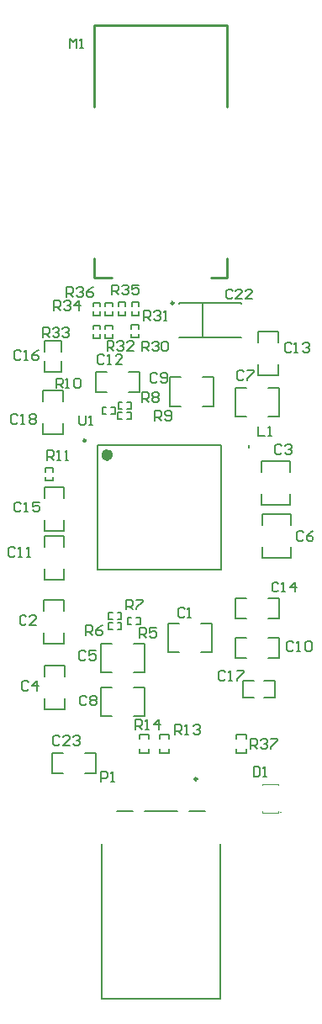
<source format=gto>
G04 Layer_Color=16777215*
%FSLAX24Y24*%
%MOIN*%
G70*
G01*
G75*
%ADD26C,0.0079*%
%ADD46C,0.0050*%
%ADD47C,0.0098*%
%ADD48C,0.0236*%
%ADD49C,0.0039*%
%ADD50C,0.0060*%
%ADD51C,0.0100*%
D26*
X41988Y35531D02*
Y35650D01*
X40856Y13711D02*
Y19825D01*
X36132Y13711D02*
Y19825D01*
Y13711D02*
X40856D01*
X39608Y21152D02*
X40256D01*
X37833D02*
X39156D01*
X36732D02*
X37380D01*
X39203Y39892D02*
Y39911D01*
Y41250D02*
Y41270D01*
X40128Y39892D02*
Y41270D01*
X41683Y39892D02*
Y39911D01*
Y41250D02*
Y41270D01*
X39203D02*
X41683D01*
X39203Y39892D02*
X41683D01*
X35965Y30719D02*
X40886D01*
X35965Y35640D02*
X40886D01*
Y30719D02*
Y35640D01*
X35965Y30719D02*
Y35640D01*
X35256Y36821D02*
Y36493D01*
X35322Y36427D01*
X35453D01*
X35518Y36493D01*
Y36821D01*
X35649Y36427D02*
X35781D01*
X35715D01*
Y36821D01*
X35649Y36755D01*
X42047Y23612D02*
Y24006D01*
X42244D01*
X42310Y23940D01*
Y23809D01*
X42244Y23743D01*
X42047D01*
X42178D02*
X42310Y23612D01*
X42441Y23940D02*
X42506Y24006D01*
X42638D01*
X42703Y23940D01*
Y23875D01*
X42638Y23809D01*
X42572D01*
X42638D01*
X42703Y23743D01*
Y23678D01*
X42638Y23612D01*
X42506D01*
X42441Y23678D01*
X42834Y24006D02*
X43097D01*
Y23940D01*
X42834Y23678D01*
Y23612D01*
X34754Y41506D02*
Y41899D01*
X34951D01*
X35016Y41834D01*
Y41703D01*
X34951Y41637D01*
X34754D01*
X34885D02*
X35016Y41506D01*
X35148Y41834D02*
X35213Y41899D01*
X35344D01*
X35410Y41834D01*
Y41768D01*
X35344Y41703D01*
X35279D01*
X35344D01*
X35410Y41637D01*
Y41571D01*
X35344Y41506D01*
X35213D01*
X35148Y41571D01*
X35803Y41899D02*
X35672Y41834D01*
X35541Y41703D01*
Y41571D01*
X35607Y41506D01*
X35738D01*
X35803Y41571D01*
Y41637D01*
X35738Y41703D01*
X35541D01*
X36545Y41594D02*
Y41988D01*
X36742D01*
X36808Y41922D01*
Y41791D01*
X36742Y41726D01*
X36545D01*
X36676D02*
X36808Y41594D01*
X36939Y41922D02*
X37004Y41988D01*
X37136D01*
X37201Y41922D01*
Y41857D01*
X37136Y41791D01*
X37070D01*
X37136D01*
X37201Y41726D01*
Y41660D01*
X37136Y41594D01*
X37004D01*
X36939Y41660D01*
X37595Y41988D02*
X37332D01*
Y41791D01*
X37464Y41857D01*
X37529D01*
X37595Y41791D01*
Y41660D01*
X37529Y41594D01*
X37398D01*
X37332Y41660D01*
X34252Y40984D02*
Y41378D01*
X34449D01*
X34514Y41312D01*
Y41181D01*
X34449Y41115D01*
X34252D01*
X34383D02*
X34514Y40984D01*
X34646Y41312D02*
X34711Y41378D01*
X34842D01*
X34908Y41312D01*
Y41247D01*
X34842Y41181D01*
X34777D01*
X34842D01*
X34908Y41115D01*
Y41050D01*
X34842Y40984D01*
X34711D01*
X34646Y41050D01*
X35236Y40984D02*
Y41378D01*
X35039Y41181D01*
X35301D01*
X33799Y39921D02*
Y40315D01*
X33996D01*
X34062Y40249D01*
Y40118D01*
X33996Y40052D01*
X33799D01*
X33930D02*
X34062Y39921D01*
X34193Y40249D02*
X34258Y40315D01*
X34390D01*
X34455Y40249D01*
Y40184D01*
X34390Y40118D01*
X34324D01*
X34390D01*
X34455Y40052D01*
Y39987D01*
X34390Y39921D01*
X34258D01*
X34193Y39987D01*
X34586Y40249D02*
X34652Y40315D01*
X34783D01*
X34849Y40249D01*
Y40184D01*
X34783Y40118D01*
X34718D01*
X34783D01*
X34849Y40052D01*
Y39987D01*
X34783Y39921D01*
X34652D01*
X34586Y39987D01*
X36358Y39370D02*
Y39764D01*
X36555D01*
X36621Y39698D01*
Y39567D01*
X36555Y39501D01*
X36358D01*
X36489D02*
X36621Y39370D01*
X36752Y39698D02*
X36817Y39764D01*
X36949D01*
X37014Y39698D01*
Y39632D01*
X36949Y39567D01*
X36883D01*
X36949D01*
X37014Y39501D01*
Y39436D01*
X36949Y39370D01*
X36817D01*
X36752Y39436D01*
X37408Y39370D02*
X37145D01*
X37408Y39632D01*
Y39698D01*
X37342Y39764D01*
X37211D01*
X37145Y39698D01*
X37805Y40571D02*
Y40964D01*
X38002D01*
X38068Y40899D01*
Y40768D01*
X38002Y40702D01*
X37805D01*
X37936D02*
X38068Y40571D01*
X38199Y40899D02*
X38264Y40964D01*
X38395D01*
X38461Y40899D01*
Y40833D01*
X38395Y40768D01*
X38330D01*
X38395D01*
X38461Y40702D01*
Y40636D01*
X38395Y40571D01*
X38264D01*
X38199Y40636D01*
X38592Y40571D02*
X38723D01*
X38658D01*
Y40964D01*
X38592Y40899D01*
X37736Y39360D02*
Y39754D01*
X37933D01*
X37999Y39688D01*
Y39557D01*
X37933Y39491D01*
X37736D01*
X37867D02*
X37999Y39360D01*
X38130Y39688D02*
X38195Y39754D01*
X38327D01*
X38392Y39688D01*
Y39623D01*
X38327Y39557D01*
X38261D01*
X38327D01*
X38392Y39491D01*
Y39426D01*
X38327Y39360D01*
X38195D01*
X38130Y39426D01*
X38523Y39688D02*
X38589Y39754D01*
X38720D01*
X38786Y39688D01*
Y39426D01*
X38720Y39360D01*
X38589D01*
X38523Y39426D01*
Y39688D01*
X37490Y24370D02*
X37489Y24764D01*
X37686Y24764D01*
X37751Y24699D01*
X37752Y24568D01*
X37687Y24502D01*
X37490Y24501D01*
X37621Y24502D02*
X37753Y24371D01*
X37884Y24371D02*
X38015Y24372D01*
X37949Y24372D01*
X37948Y24765D01*
X37883Y24699D01*
X38408Y24373D02*
X38407Y24767D01*
X38211Y24569D01*
X38473Y24570D01*
X39045Y24183D02*
Y24577D01*
X39242D01*
X39308Y24511D01*
Y24380D01*
X39242Y24314D01*
X39045D01*
X39176D02*
X39308Y24183D01*
X39439D02*
X39570D01*
X39504D01*
Y24577D01*
X39439Y24511D01*
X39767D02*
X39832Y24577D01*
X39964D01*
X40029Y24511D01*
Y24445D01*
X39964Y24380D01*
X39898D01*
X39964D01*
X40029Y24314D01*
Y24249D01*
X39964Y24183D01*
X39832D01*
X39767Y24249D01*
X33970Y35040D02*
Y35434D01*
X34167D01*
X34232Y35368D01*
Y35237D01*
X34167Y35171D01*
X33970D01*
X34101D02*
X34232Y35040D01*
X34364D02*
X34495D01*
X34429D01*
Y35434D01*
X34364Y35368D01*
X34692Y35040D02*
X34823D01*
X34757D01*
Y35434D01*
X34692Y35368D01*
X34331Y37894D02*
Y38287D01*
X34527D01*
X34593Y38222D01*
Y38090D01*
X34527Y38025D01*
X34331D01*
X34462D02*
X34593Y37894D01*
X34724D02*
X34855D01*
X34790D01*
Y38287D01*
X34724Y38222D01*
X35052D02*
X35118Y38287D01*
X35249D01*
X35315Y38222D01*
Y37959D01*
X35249Y37894D01*
X35118D01*
X35052Y37959D01*
Y38222D01*
X38256Y36614D02*
Y37008D01*
X38453D01*
X38518Y36942D01*
Y36811D01*
X38453Y36745D01*
X38256D01*
X38387D02*
X38518Y36614D01*
X38649Y36680D02*
X38715Y36614D01*
X38846D01*
X38912Y36680D01*
Y36942D01*
X38846Y37008D01*
X38715D01*
X38649Y36942D01*
Y36877D01*
X38715Y36811D01*
X38912D01*
X37736Y37352D02*
Y37746D01*
X37933D01*
X37999Y37680D01*
Y37549D01*
X37933Y37484D01*
X37736D01*
X37867D02*
X37999Y37352D01*
X38130Y37680D02*
X38195Y37746D01*
X38327D01*
X38392Y37680D01*
Y37615D01*
X38327Y37549D01*
X38392Y37484D01*
Y37418D01*
X38327Y37352D01*
X38195D01*
X38130Y37418D01*
Y37484D01*
X38195Y37549D01*
X38130Y37615D01*
Y37680D01*
X38195Y37549D02*
X38327D01*
X37106Y29124D02*
Y29518D01*
X37303D01*
X37369Y29452D01*
Y29321D01*
X37303Y29255D01*
X37106D01*
X37237D02*
X37369Y29124D01*
X37500Y29518D02*
X37762D01*
Y29452D01*
X37500Y29190D01*
Y29124D01*
X35522Y28110D02*
Y28504D01*
X35718D01*
X35784Y28438D01*
Y28307D01*
X35718Y28241D01*
X35522D01*
X35653D02*
X35784Y28110D01*
X36178Y28504D02*
X36046Y28438D01*
X35915Y28307D01*
Y28176D01*
X35981Y28110D01*
X36112D01*
X36178Y28176D01*
Y28241D01*
X36112Y28307D01*
X35915D01*
X37638Y28002D02*
Y28396D01*
X37835D01*
X37900Y28330D01*
Y28199D01*
X37835Y28133D01*
X37638D01*
X37769D02*
X37900Y28002D01*
X38294Y28396D02*
X38031D01*
Y28199D01*
X38163Y28264D01*
X38228D01*
X38294Y28199D01*
Y28068D01*
X38228Y28002D01*
X38097D01*
X38031Y28068D01*
X36112Y22313D02*
Y22707D01*
X36309D01*
X36375Y22641D01*
Y22510D01*
X36309Y22444D01*
X36112D01*
X36506Y22313D02*
X36637D01*
X36571D01*
Y22707D01*
X36506Y22641D01*
X34882Y51358D02*
Y51752D01*
X35013Y51621D01*
X35144Y51752D01*
Y51358D01*
X35275D02*
X35407D01*
X35341D01*
Y51752D01*
X35275Y51686D01*
X42343Y36388D02*
Y35994D01*
X42605D01*
X42736D02*
X42867D01*
X42802D01*
Y36388D01*
X42736Y36322D01*
X42160Y22904D02*
Y22510D01*
X42357D01*
X42422Y22576D01*
Y22838D01*
X42357Y22904D01*
X42160D01*
X42554Y22510D02*
X42685D01*
X42619D01*
Y22904D01*
X42554Y22838D01*
X34482Y24068D02*
X34417Y24134D01*
X34286D01*
X34220Y24068D01*
Y23806D01*
X34286Y23740D01*
X34417D01*
X34482Y23806D01*
X34876Y23740D02*
X34614D01*
X34876Y24002D01*
Y24068D01*
X34810Y24134D01*
X34679D01*
X34614Y24068D01*
X35007D02*
X35073Y24134D01*
X35204D01*
X35270Y24068D01*
Y24002D01*
X35204Y23937D01*
X35138D01*
X35204D01*
X35270Y23871D01*
Y23806D01*
X35204Y23740D01*
X35073D01*
X35007Y23806D01*
X41325Y41755D02*
X41260Y41821D01*
X41129D01*
X41063Y41755D01*
Y41493D01*
X41129Y41427D01*
X41260D01*
X41325Y41493D01*
X41719Y41427D02*
X41457D01*
X41719Y41690D01*
Y41755D01*
X41653Y41821D01*
X41522D01*
X41457Y41755D01*
X42113Y41427D02*
X41850D01*
X42113Y41690D01*
Y41755D01*
X42047Y41821D01*
X41916D01*
X41850Y41755D01*
X32812Y36804D02*
X32746Y36870D01*
X32615D01*
X32549Y36804D01*
Y36542D01*
X32615Y36476D01*
X32746D01*
X32812Y36542D01*
X32943Y36476D02*
X33074D01*
X33008D01*
Y36870D01*
X32943Y36804D01*
X33271D02*
X33336Y36870D01*
X33468D01*
X33533Y36804D01*
Y36739D01*
X33468Y36673D01*
X33533Y36608D01*
Y36542D01*
X33468Y36476D01*
X33336D01*
X33271Y36542D01*
Y36608D01*
X33336Y36673D01*
X33271Y36739D01*
Y36804D01*
X33336Y36673D02*
X33468D01*
X41040Y26647D02*
X40974Y26712D01*
X40843D01*
X40778Y26647D01*
Y26384D01*
X40843Y26319D01*
X40974D01*
X41040Y26384D01*
X41171Y26319D02*
X41302D01*
X41237D01*
Y26712D01*
X41171Y26647D01*
X41499Y26712D02*
X41761D01*
Y26647D01*
X41499Y26384D01*
Y26319D01*
X32930Y39324D02*
X32864Y39390D01*
X32733D01*
X32667Y39324D01*
Y39062D01*
X32733Y38996D01*
X32864D01*
X32930Y39062D01*
X33061Y38996D02*
X33192D01*
X33126D01*
Y39390D01*
X33061Y39324D01*
X33651Y39390D02*
X33520Y39324D01*
X33389Y39193D01*
Y39062D01*
X33454Y38996D01*
X33586D01*
X33651Y39062D01*
Y39127D01*
X33586Y39193D01*
X33389D01*
X32940Y33320D02*
X32874Y33386D01*
X32743D01*
X32677Y33320D01*
Y33058D01*
X32743Y32992D01*
X32874D01*
X32940Y33058D01*
X33071Y32992D02*
X33202D01*
X33136D01*
Y33386D01*
X33071Y33320D01*
X33661Y33386D02*
X33399D01*
Y33189D01*
X33530Y33255D01*
X33595D01*
X33661Y33189D01*
Y33058D01*
X33595Y32992D01*
X33464D01*
X33399Y33058D01*
X43156Y30151D02*
X43090Y30216D01*
X42959D01*
X42894Y30151D01*
Y29888D01*
X42959Y29823D01*
X43090D01*
X43156Y29888D01*
X43287Y29823D02*
X43418D01*
X43353D01*
Y30216D01*
X43287Y30151D01*
X43812Y29823D02*
Y30216D01*
X43615Y30020D01*
X43878D01*
X43658Y39639D02*
X43592Y39705D01*
X43461D01*
X43396Y39639D01*
Y39377D01*
X43461Y39311D01*
X43592D01*
X43658Y39377D01*
X43789Y39311D02*
X43920D01*
X43855D01*
Y39705D01*
X43789Y39639D01*
X44117D02*
X44183Y39705D01*
X44314D01*
X44380Y39639D01*
Y39573D01*
X44314Y39508D01*
X44248D01*
X44314D01*
X44380Y39442D01*
Y39377D01*
X44314Y39311D01*
X44183D01*
X44117Y39377D01*
X36232Y39158D02*
X36167Y39224D01*
X36036D01*
X35970Y39158D01*
Y38896D01*
X36036Y38830D01*
X36167D01*
X36232Y38896D01*
X36364Y38830D02*
X36495D01*
X36429D01*
Y39224D01*
X36364Y39158D01*
X36954Y38830D02*
X36692D01*
X36954Y39092D01*
Y39158D01*
X36888Y39224D01*
X36757D01*
X36692Y39158D01*
X32713Y31529D02*
X32648Y31594D01*
X32516D01*
X32451Y31529D01*
Y31266D01*
X32516Y31201D01*
X32648D01*
X32713Y31266D01*
X32844Y31201D02*
X32976D01*
X32910D01*
Y31594D01*
X32844Y31529D01*
X33172Y31201D02*
X33304D01*
X33238D01*
Y31594D01*
X33172Y31529D01*
X43747Y27798D02*
X43681Y27864D01*
X43550D01*
X43484Y27798D01*
Y27536D01*
X43550Y27470D01*
X43681D01*
X43747Y27536D01*
X43878Y27470D02*
X44009D01*
X43943D01*
Y27864D01*
X43878Y27798D01*
X44206D02*
X44271Y27864D01*
X44403D01*
X44468Y27798D01*
Y27536D01*
X44403Y27470D01*
X44271D01*
X44206Y27536D01*
Y27798D01*
X38343Y38438D02*
X38277Y38504D01*
X38146D01*
X38081Y38438D01*
Y38176D01*
X38146Y38110D01*
X38277D01*
X38343Y38176D01*
X38474D02*
X38540Y38110D01*
X38671D01*
X38737Y38176D01*
Y38438D01*
X38671Y38504D01*
X38540D01*
X38474Y38438D01*
Y38373D01*
X38540Y38307D01*
X38737D01*
X35538Y25653D02*
X35472Y25718D01*
X35341D01*
X35276Y25653D01*
Y25390D01*
X35341Y25325D01*
X35472D01*
X35538Y25390D01*
X35669Y25653D02*
X35735Y25718D01*
X35866D01*
X35932Y25653D01*
Y25587D01*
X35866Y25522D01*
X35932Y25456D01*
Y25390D01*
X35866Y25325D01*
X35735D01*
X35669Y25390D01*
Y25456D01*
X35735Y25522D01*
X35669Y25587D01*
Y25653D01*
X35735Y25522D02*
X35866D01*
X41772Y38538D02*
X41707Y38604D01*
X41576D01*
X41510Y38538D01*
Y38276D01*
X41576Y38210D01*
X41707D01*
X41772Y38276D01*
X41904Y38604D02*
X42166D01*
Y38538D01*
X41904Y38276D01*
Y38210D01*
X44130Y32159D02*
X44065Y32224D01*
X43934D01*
X43868Y32159D01*
Y31896D01*
X43934Y31831D01*
X44065D01*
X44130Y31896D01*
X44524Y32224D02*
X44393Y32159D01*
X44262Y32027D01*
Y31896D01*
X44327Y31831D01*
X44458D01*
X44524Y31896D01*
Y31962D01*
X44458Y32027D01*
X44262D01*
X35508Y27444D02*
X35443Y27510D01*
X35312D01*
X35246Y27444D01*
Y27182D01*
X35312Y27116D01*
X35443D01*
X35508Y27182D01*
X35902Y27510D02*
X35640D01*
Y27313D01*
X35771Y27379D01*
X35836D01*
X35902Y27313D01*
Y27182D01*
X35836Y27116D01*
X35705D01*
X35640Y27182D01*
X33245Y26224D02*
X33179Y26289D01*
X33048D01*
X32982Y26224D01*
Y25961D01*
X33048Y25896D01*
X33179D01*
X33245Y25961D01*
X33573Y25896D02*
Y26289D01*
X33376Y26092D01*
X33638D01*
X43264Y35604D02*
X43199Y35669D01*
X43068D01*
X43002Y35604D01*
Y35341D01*
X43068Y35276D01*
X43199D01*
X43264Y35341D01*
X43396Y35604D02*
X43461Y35669D01*
X43592D01*
X43658Y35604D01*
Y35538D01*
X43592Y35472D01*
X43527D01*
X43592D01*
X43658Y35407D01*
Y35341D01*
X43592Y35276D01*
X43461D01*
X43396Y35341D01*
X33156Y28832D02*
X33090Y28898D01*
X32959D01*
X32894Y28832D01*
Y28570D01*
X32959Y28504D01*
X33090D01*
X33156Y28570D01*
X33550Y28504D02*
X33287D01*
X33550Y28766D01*
Y28832D01*
X33484Y28898D01*
X33353D01*
X33287Y28832D01*
X39426Y29127D02*
X39360Y29193D01*
X39229D01*
X39163Y29127D01*
Y28865D01*
X39229Y28799D01*
X39360D01*
X39426Y28865D01*
X39557Y28799D02*
X39688D01*
X39623D01*
Y29193D01*
X39557Y29127D01*
D46*
X43240Y21093D02*
G03*
X43240Y21093I-12J0D01*
G01*
X40561Y37185D02*
Y38327D01*
X38829Y37185D02*
Y38327D01*
X40128Y37185D02*
X40561D01*
X40128Y38327D02*
X40561D01*
X38829Y37185D02*
X39262D01*
X38829Y38327D02*
X39262D01*
X42756Y28780D02*
X43189D01*
X42756Y29567D02*
X43189D01*
X41457Y28780D02*
X41890D01*
X41457Y29567D02*
X41890D01*
X43189Y28780D02*
Y29567D01*
X41457Y28780D02*
Y29567D01*
X34163Y23435D02*
X34596D01*
X34163Y22648D02*
X34596D01*
X35463Y23435D02*
X35896D01*
X35463Y22648D02*
X35896D01*
X34163D02*
Y23435D01*
X35896Y22648D02*
Y23435D01*
X35915Y38524D02*
X36348D01*
X35915Y37736D02*
X36348D01*
X37215Y38524D02*
X37648D01*
X37215Y37736D02*
X37648D01*
X35915D02*
Y38524D01*
X37648Y37736D02*
Y38524D01*
X43189Y36762D02*
Y37904D01*
X41457Y36762D02*
Y37904D01*
X42756Y36762D02*
X43189D01*
X42756Y37904D02*
X43189D01*
X41457Y36762D02*
X41890D01*
X41457Y37904D02*
X41890D01*
X42500Y32894D02*
X43642D01*
X42500Y31161D02*
X43642D01*
Y32461D02*
Y32894D01*
X42500Y32461D02*
Y32894D01*
X43642Y31161D02*
Y31594D01*
X42500Y31161D02*
Y31594D01*
X33858Y32244D02*
Y32677D01*
X34646Y32244D02*
Y32677D01*
X33858Y33543D02*
Y33976D01*
X34646Y33543D02*
Y33976D01*
X33858Y32244D02*
X34646D01*
X33858Y33976D02*
X34646D01*
X33858Y30305D02*
Y30738D01*
X34646Y30305D02*
Y30738D01*
X33858Y31604D02*
Y32037D01*
X34646Y31604D02*
Y32037D01*
X33858Y30305D02*
X34646D01*
X33858Y32037D02*
X34646D01*
X37844Y24911D02*
Y26053D01*
X36112Y24911D02*
Y26053D01*
X37411Y24911D02*
X37844D01*
X37411Y26053D02*
X37844D01*
X36112Y24911D02*
X36545D01*
X36112Y26053D02*
X36545D01*
X37845Y26644D02*
Y27785D01*
X36112Y26644D02*
Y27785D01*
X37411Y26644D02*
X37845D01*
X37411Y27785D02*
X37845D01*
X36112Y26644D02*
X36545D01*
X36112Y27785D02*
X36545D01*
X34626Y29065D02*
Y29498D01*
X33839Y29065D02*
Y29498D01*
X34626Y27766D02*
Y28199D01*
X33839Y27766D02*
Y28199D01*
Y29498D02*
X34626D01*
X33839Y27766D02*
X34626D01*
X33888Y25167D02*
Y25600D01*
X34675Y25167D02*
Y25600D01*
X33888Y26467D02*
Y26900D01*
X34675Y26467D02*
Y26900D01*
X33888Y25167D02*
X34675D01*
X33888Y26900D02*
X34675D01*
X33809Y36063D02*
Y36496D01*
X34596Y36063D02*
Y36496D01*
X33809Y37362D02*
Y37795D01*
X34596Y37362D02*
Y37795D01*
X33809Y36063D02*
X34596D01*
X33809Y37795D02*
X34596D01*
X33878Y38524D02*
Y38957D01*
X34547Y38524D02*
Y38957D01*
X33878Y39350D02*
Y39783D01*
X34547Y39350D02*
Y39783D01*
X33878Y38524D02*
X34547D01*
X33878Y39783D02*
X34547D01*
X42480Y35020D02*
X43622D01*
X42480Y33287D02*
X43622D01*
Y34587D02*
Y35020D01*
X42480Y34587D02*
Y35020D01*
X43622Y33287D02*
Y33720D01*
X42480Y33287D02*
Y33720D01*
X42343Y38396D02*
Y38829D01*
Y38396D02*
X43130D01*
X42343Y39695D02*
Y40128D01*
X43130D01*
Y38396D02*
Y38829D01*
Y39695D02*
Y40128D01*
X38760Y27441D02*
Y28583D01*
Y27441D02*
X39193D01*
X38760Y28583D02*
X39193D01*
X40059Y27441D02*
X40492D01*
Y28583D01*
X40059D02*
X40492D01*
X41457Y27205D02*
Y27992D01*
Y27205D02*
X41890D01*
X41457Y27992D02*
X41890D01*
X42756Y27205D02*
X43189D01*
Y27992D01*
X42756D02*
X43189D01*
X41752Y25650D02*
Y26319D01*
Y25650D02*
X42185D01*
X41752Y26319D02*
X42185D01*
X42579Y25650D02*
X43012D01*
Y26319D01*
X42579D02*
X43012D01*
D47*
X39921Y22411D02*
G03*
X39921Y22411I-49J0D01*
G01*
X38996Y41270D02*
G03*
X38996Y41270I-49J0D01*
G01*
X35502Y35817D02*
G03*
X35502Y35817I-49J0D01*
G01*
D48*
X36476Y35246D02*
G03*
X36476Y35246I-118J0D01*
G01*
D49*
X42520Y21073D02*
X43150D01*
X42520Y22215D02*
X43150D01*
Y22156D02*
Y22215D01*
X42520Y22156D02*
Y22215D01*
Y21073D02*
Y21132D01*
X43150Y21073D02*
Y21132D01*
D50*
X34193Y34222D02*
Y34380D01*
X33917Y34222D02*
X34193D01*
X33917D02*
Y34380D01*
Y34577D02*
Y34734D01*
X34193D01*
Y34577D02*
Y34734D01*
X36161Y36870D02*
X36319D01*
X36161D02*
Y37146D01*
X36319D01*
X36516D02*
X36673D01*
Y36870D02*
Y37146D01*
X36516Y36870D02*
X36673D01*
X36781Y36673D02*
X36939D01*
X36781D02*
Y36949D01*
X36939D01*
X37136D02*
X37293D01*
Y36673D02*
Y36949D01*
X37136Y36673D02*
X37293D01*
X37146Y37352D02*
X37303D01*
Y37077D02*
Y37352D01*
X37146Y37077D02*
X37303D01*
X36791D02*
X36949D01*
X36791D02*
Y37352D01*
X36949D01*
X36073Y40768D02*
Y40925D01*
X35797Y40768D02*
X36073D01*
X35797D02*
Y40925D01*
Y41122D02*
Y41280D01*
X36073D01*
Y41122D02*
Y41280D01*
X37608Y40778D02*
Y40935D01*
X37333Y40778D02*
X37608D01*
X37333D02*
Y40935D01*
Y41132D02*
Y41289D01*
X37608D01*
Y41132D02*
Y41289D01*
X36073Y39872D02*
Y40030D01*
X35797Y39872D02*
X36073D01*
X35797D02*
Y40030D01*
Y40226D02*
Y40384D01*
X36073D01*
Y40226D02*
Y40384D01*
X36565Y39872D02*
Y40030D01*
X36289Y39872D02*
X36565D01*
X36289D02*
Y40030D01*
Y40226D02*
Y40384D01*
X36565D01*
Y40226D02*
Y40384D01*
X37598Y39892D02*
Y40049D01*
X37323Y39892D02*
X37598D01*
X37323D02*
Y40049D01*
Y40246D02*
Y40404D01*
X37598D01*
Y40246D02*
Y40404D01*
X36565Y40768D02*
Y40925D01*
X36289Y40768D02*
X36565D01*
X36289D02*
Y40925D01*
Y41122D02*
Y41280D01*
X36565D01*
Y41122D02*
Y41280D01*
X37077Y40778D02*
Y40935D01*
X36801Y40778D02*
X37077D01*
X36801D02*
Y40935D01*
Y41132D02*
Y41289D01*
X37077D01*
Y41132D02*
Y41289D01*
X38022Y23996D02*
Y24173D01*
X37628D02*
X38022D01*
X37628Y23996D02*
Y24173D01*
Y23425D02*
Y23602D01*
Y23425D02*
X38022D01*
Y23602D01*
X38819Y23996D02*
Y24173D01*
X38425D02*
X38819D01*
X38425Y23996D02*
Y24173D01*
Y23425D02*
Y23602D01*
Y23425D02*
X38819D01*
Y23602D01*
X36407Y28327D02*
X36565D01*
X36407D02*
Y28602D01*
X36565D01*
X36762D02*
X36919D01*
Y28327D02*
Y28602D01*
X36762Y28327D02*
X36919D01*
X36762Y29006D02*
X36919D01*
Y28730D02*
Y29006D01*
X36762Y28730D02*
X36919D01*
X36407D02*
X36565D01*
X36407D02*
Y29006D01*
X36565D01*
X37165Y28533D02*
Y28809D01*
Y28533D02*
X37323D01*
X37165Y28809D02*
X37323D01*
X37677Y28533D02*
Y28809D01*
X37520Y28533D02*
X37677D01*
X37520Y28809D02*
X37677D01*
X41467Y23425D02*
Y23602D01*
Y23425D02*
X41860D01*
X41467Y23996D02*
Y24173D01*
X41860D01*
Y23425D02*
Y23602D01*
Y23996D02*
Y24173D01*
D51*
X35856Y42264D02*
X36526D01*
X35856D02*
Y43051D01*
X40463Y42264D02*
X41093D01*
Y43051D01*
Y49035D02*
Y52264D01*
X35856D02*
X41093D01*
X35856Y49035D02*
Y52264D01*
M02*

</source>
